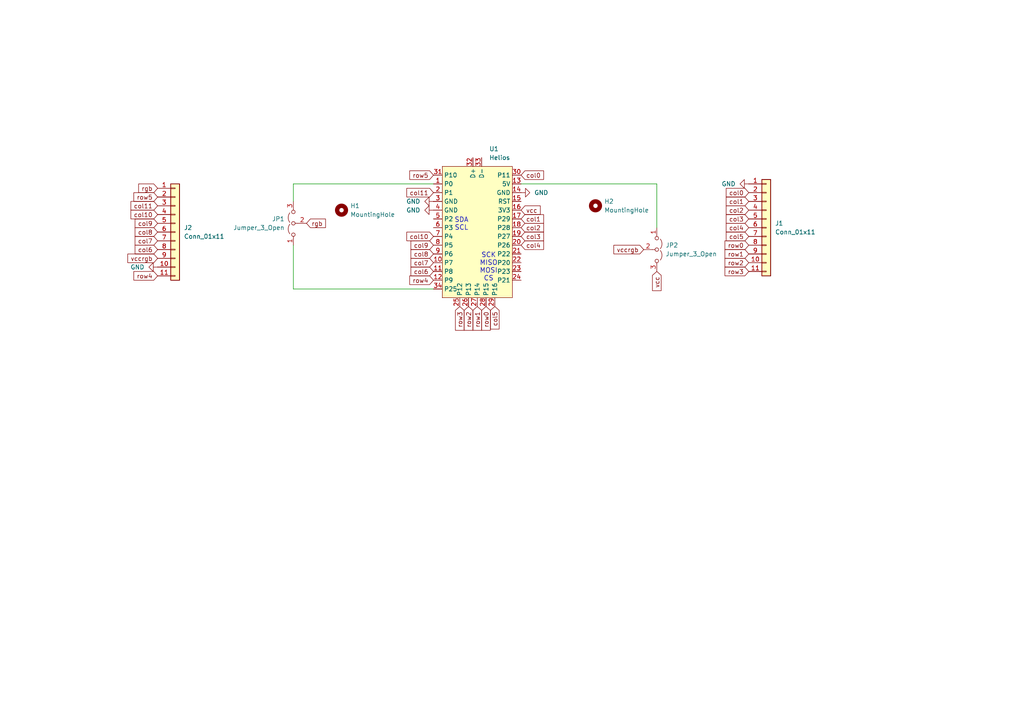
<source format=kicad_sch>
(kicad_sch (version 20231120) (generator "eeschema") (generator_version "8.0")
  (paper "A4")
  (lib_symbols
    (symbol "Connector_Generic:Conn_01x11" (pin_names (offset 1.016) hide)
      (property "Reference" "J" (at 0 15.24 0))
      (property "Value" "Conn_01x11" (at 0 -15.24 0))
      (symbol "Conn_01x11_1_1"
        (rectangle (start -1.27 -12.573) (end 0 -12.827) (stroke (width 0.1524)))
        (rectangle (start -1.27 -10.033) (end 0 -10.287) (stroke (width 0.1524)))
        (rectangle (start -1.27 -7.493) (end 0 -7.747) (stroke (width 0.1524)))
        (rectangle (start -1.27 -4.953) (end 0 -5.207) (stroke (width 0.1524)))
        (rectangle (start -1.27 -2.413) (end 0 -2.667) (stroke (width 0.1524)))
        (rectangle (start -1.27 0.127) (end 0 -0.127) (stroke (width 0.1524)))
        (rectangle (start -1.27 2.667) (end 0 2.413) (stroke (width 0.1524)))
        (rectangle (start -1.27 5.207) (end 0 4.953) (stroke (width 0.1524)))
        (rectangle (start -1.27 7.747) (end 0 7.493) (stroke (width 0.1524)))
        (rectangle (start -1.27 10.287) (end 0 10.033) (stroke (width 0.1524)))
        (rectangle (start -1.27 12.827) (end 0 12.573) (stroke (width 0.1524)))
        (rectangle (start -1.27 13.97) (end 1.27 -13.97) (stroke (width 0.254)) (fill (type background)))
        (pin passive line (at -5.08 12.7 0) (length 3.81) (name "Pin_1") (number "1"))
        (pin passive line (at -5.08 -10.16 0) (length 3.81) (name "Pin_10") (number "10"))
        (pin passive line (at -5.08 -12.7 0) (length 3.81) (name "Pin_11") (number "11"))
        (pin passive line (at -5.08 10.16 0) (length 3.81) (name "Pin_2") (number "2"))
        (pin passive line (at -5.08 7.62 0) (length 3.81) (name "Pin_3") (number "3"))
        (pin passive line (at -5.08 5.08 0) (length 3.81) (name "Pin_4") (number "4"))
        (pin passive line (at -5.08 2.54 0) (length 3.81) (name "Pin_5") (number "5"))
        (pin passive line (at -5.08 0 0) (length 3.81) (name "Pin_6") (number "6"))
        (pin passive line (at -5.08 -2.54 0) (length 3.81) (name "Pin_7") (number "7"))
        (pin passive line (at -5.08 -5.08 0) (length 3.81) (name "Pin_8") (number "8"))
        (pin passive line (at -5.08 -7.62 0) (length 3.81) (name "Pin_9") (number "9"))
      )
    )
    (symbol "Jumper:Jumper_3_Open" (pin_names (offset 0) hide) (exclude_from_sim yes) (in_bom no)
      (property "Reference" "JP" (at -2.54 -2.54 0))
      (property "Value" "Jumper_3_Open" (at 0 2.794 0))
      (symbol "Jumper_3_Open_0_0"
        (circle (center -3.302 0) (radius 0.508))
        (circle (center 0 0) (radius 0.508))
        (circle (center 3.302 0) (radius 0.508))
      )
      (symbol "Jumper_3_Open_0_1"
        (arc (start -0.254 1.016) (mid -1.651 1.4992) (end -3.048 1.016))
        (polyline (pts (xy 0 -0.508) (xy 0 -1.27)))
        (arc (start 3.048 1.016) (mid 1.651 1.4992) (end 0.254 1.016))
      )
      (symbol "Jumper_3_Open_1_1"
        (pin passive line (at -6.35 0 0) (length 2.54) (name "A") (number "1"))
        (pin passive line (at 0 -3.81 90) (length 2.54) (name "C") (number "2"))
        (pin passive line (at 6.35 0 180) (length 2.54) (name "B") (number "3"))
      )
    )
    (symbol "Mechanical:MountingHole" (pin_names (offset 1.016)) (exclude_from_sim yes) (in_bom no)
      (property "Reference" "H" (at 0 5.08 0))
      (property "Value" "MountingHole" (at 0 3.175 0))
      (symbol "MountingHole_0_1"
        (circle (center 0 0) (radius 1.27) (stroke (width 1.27)))
      )
    )
    (symbol "PCM_marbastlib-promicroish:Helios" (in_bom no)
      (property "Reference" "U" (at -7.62 22.86 0))
      (property "Value" "Helios" (at -7.62 20.32 0))
      (symbol "Helios_0_0"
        (pin bidirectional line (at -12.7 13.97 0) (length 2.54) (name "P0") (number "1"))
        (pin bidirectional line (at -12.7 -8.89 0) (length 2.54) (name "P7") (number "10"))
        (pin bidirectional line (at -12.7 -11.43 0) (length 2.54) (name "P8") (number "11"))
        (pin bidirectional line (at -12.7 -13.97 0) (length 2.54) (name "P9") (number "12"))
        (pin power_out line (at 12.7 11.43 180) (length 2.54) (name "GND") (number "14"))
        (pin bidirectional line (at 12.7 8.89 180) (length 2.54) (name "RST") (number "15"))
        (pin bidirectional line (at 12.7 3.81 180) (length 2.54) (name "P29") (number "17"))
        (pin bidirectional line (at 12.7 1.27 180) (length 2.54) (name "P28") (number "18"))
        (pin bidirectional line (at 12.7 -1.27 180) (length 2.54) (name "P27") (number "19"))
        (pin bidirectional line (at -12.7 11.43 0) (length 2.54) (name "P1") (number "2"))
        (pin bidirectional line (at 12.7 -3.81 180) (length 2.54) (name "P26") (number "20"))
        (pin bidirectional line (at 12.7 -6.35 180) (length 2.54) (name "P22") (number "21"))
        (pin bidirectional line (at 12.7 -8.89 180) (length 2.54) (name "P20") (number "22"))
        (pin bidirectional line (at 12.7 -11.43 180) (length 2.54) (name "P23") (number "23"))
        (pin bidirectional line (at 12.7 -13.97 180) (length 2.54) (name "P21") (number "24"))
        (pin power_out line (at -12.7 8.89 0) (length 2.54) (name "GND") (number "3"))
        (pin power_out line (at -12.7 6.35 0) (length 2.54) (name "GND") (number "4"))
        (pin bidirectional line (at -12.7 3.81 0) (length 2.54) (name "P2") (number "5"))
        (pin bidirectional line (at -12.7 1.27 0) (length 2.54) (name "P3") (number "6"))
        (pin bidirectional line (at -12.7 -1.27 0) (length 2.54) (name "P4") (number "7"))
        (pin bidirectional line (at -12.7 -3.81 0) (length 2.54) (name "P5") (number "8"))
        (pin bidirectional line (at -12.7 -6.35 0) (length 2.54) (name "P6") (number "9"))
      )
      (symbol "Helios_1_0"
        (pin bidirectional line (at 12.7 13.97 180) (length 2.54) (name "5V") (number "13"))
        (pin power_out line (at 12.7 6.35 180) (length 2.54) (name "3V3") (number "16"))
        (pin bidirectional line (at -5.08 -21.59 90) (length 2.54) (name "P12") (number "25"))
        (pin bidirectional line (at -2.54 -21.59 90) (length 2.54) (name "P13") (number "26"))
        (pin bidirectional line (at 0 -21.59 90) (length 2.54) (name "P14") (number "27"))
        (pin bidirectional line (at 2.54 -21.59 90) (length 2.54) (name "P15") (number "28"))
        (pin bidirectional line (at 5.08 -21.59 90) (length 2.54) (name "P16") (number "29"))
        (pin power_in line (at 12.7 16.51 180) (length 2.54) (name "P11") (number "30"))
        (pin bidirectional line (at -12.7 16.51 0) (length 2.54) (name "P10") (number "31"))
        (pin bidirectional line (at -1.27 21.59 270) (length 2.54) (name "D+") (number "32"))
        (pin bidirectional line (at 1.27 21.59 270) (length 2.54) (name "D-") (number "33"))
        (pin bidirectional line (at -12.7 -16.51 0) (length 2.54) (name "P25") (number "34"))
      )
      (symbol "Helios_1_1"
        (rectangle (start -10.16 19.05) (end 10.16 -19.05) (fill (type background)))
      )
    )
    (symbol "power:GND" (power) (pin_numbers hide) (pin_names (offset 0) hide)
      (property "Value" "GND" (at 0 -3.81 0))
      (symbol "GND_0_1"
        (polyline (pts (xy 0 0) (xy 0 -1.27) (xy 1.27 -1.27) (xy 0 -2.54) (xy -1.27 -1.27) (xy 0 -1.27)))
      )
      (symbol "GND_1_1"
        (pin power_in line (at 0 0 270) (length 0) (name "~") (number "1"))
      )
    )
  )
  (wire (pts (xy 85.09 53.34) (xy 85.09 58.42)))
  (wire (pts (xy 125.73 53.34) (xy 85.09 53.34)))
  (wire (pts (xy 151.13 53.34) (xy 190.5 53.34)))
  (wire (pts (xy 85.09 71.12) (xy 85.09 83.82)))
  (wire (pts (xy 190.5 53.34) (xy 190.5 66.04)))
  (wire (pts (xy 85.09 83.82) (xy 125.73 83.82)))
  (text "SDA\nSCL" (at 133.858 65.024 0) (effects (font (size 1.397 1.397))))
  (text "SCK\nMISO\nMOSI\nCS" (at 141.732 77.47 0) (effects (font (size 1.397 1.397))))
  (global_label "col11" (shape input) (at 125.73 55.88 180) (property "Intersheetrefs" "${INTERSHEET_REFS}" (effects (hide yes))))
  (global_label "vcc" (shape input) (at 151.13 60.96 0) (property "Intersheetrefs" "${INTERSHEET_REFS}" (effects (hide yes))))
  (global_label "col1" (shape input) (at 151.13 63.5 0) (property "Intersheetrefs" "${INTERSHEET_REFS}" (effects (hide yes))))
  (global_label "col9" (shape input) (at 125.73 71.12 180) (property "Intersheetrefs" "${INTERSHEET_REFS}" (effects (hide yes))))
  (global_label "row2" (shape input) (at 135.89 88.9 270) (property "Intersheetrefs" "${INTERSHEET_REFS}" (effects (hide yes))))
  (global_label "vcc" (shape input) (at 190.5 78.74 270) (property "Intersheetrefs" "${INTERSHEET_REFS}" (effects (hide yes))))
  (global_label "col2" (shape input) (at 151.13 66.04 0) (property "Intersheetrefs" "${INTERSHEET_REFS}" (effects (hide yes))))
  (global_label "col1" (shape input) (at 217.17 58.42 180) (property "Intersheetrefs" "${INTERSHEET_REFS}" (effects (hide yes))))
  (global_label "col5" (shape input) (at 143.51 88.9 270) (property "Intersheetrefs" "${INTERSHEET_REFS}" (effects (hide yes))))
  (global_label "col3" (shape input) (at 151.13 68.58 0) (property "Intersheetrefs" "${INTERSHEET_REFS}" (effects (hide yes))))
  (global_label "row1" (shape input) (at 217.17 73.66 180) (property "Intersheetrefs" "${INTERSHEET_REFS}" (effects (hide yes))))
  (global_label "vccrgb" (shape input) (at 186.69 72.39 180) (property "Intersheetrefs" "${INTERSHEET_REFS}" (effects (hide yes))))
  (global_label "col10" (shape input) (at 45.72 62.23 180) (property "Intersheetrefs" "${INTERSHEET_REFS}" (effects (hide yes))))
  (global_label "row0" (shape input) (at 140.97 88.9 270) (property "Intersheetrefs" "${INTERSHEET_REFS}" (effects (hide yes))))
  (global_label "row5" (shape input) (at 45.72 57.15 180) (property "Intersheetrefs" "${INTERSHEET_REFS}" (effects (hide yes))))
  (global_label "col7" (shape input) (at 125.73 76.2 180) (property "Intersheetrefs" "${INTERSHEET_REFS}" (effects (hide yes))))
  (global_label "col6" (shape input) (at 125.73 78.74 180) (property "Intersheetrefs" "${INTERSHEET_REFS}" (effects (hide yes))))
  (global_label "col10" (shape input) (at 125.73 68.58 180) (property "Intersheetrefs" "${INTERSHEET_REFS}" (effects (hide yes))))
  (global_label "col6" (shape input) (at 45.72 72.39 180) (property "Intersheetrefs" "${INTERSHEET_REFS}" (effects (hide yes))))
  (global_label "row3" (shape input) (at 217.17 78.74 180) (property "Intersheetrefs" "${INTERSHEET_REFS}" (effects (hide yes))))
  (global_label "col4" (shape input) (at 151.13 71.12 0) (property "Intersheetrefs" "${INTERSHEET_REFS}" (effects (hide yes))))
  (global_label "col9" (shape input) (at 45.72 64.77 180) (property "Intersheetrefs" "${INTERSHEET_REFS}" (effects (hide yes))))
  (global_label "col11" (shape input) (at 45.72 59.69 180) (property "Intersheetrefs" "${INTERSHEET_REFS}" (effects (hide yes))))
  (global_label "rgb" (shape input) (at 45.72 54.61 180) (property "Intersheetrefs" "${INTERSHEET_REFS}" (effects (hide yes))))
  (global_label "vccrgb" (shape input) (at 45.72 74.93 180) (property "Intersheetrefs" "${INTERSHEET_REFS}" (effects (hide yes))))
  (global_label "rgb" (shape input) (at 88.9 64.77 0) (property "Intersheetrefs" "${INTERSHEET_REFS}" (effects (hide yes))))
  (global_label "row3" (shape input) (at 133.35 88.9 270) (property "Intersheetrefs" "${INTERSHEET_REFS}" (effects (hide yes))))
  (global_label "col4" (shape input) (at 217.17 66.04 180) (property "Intersheetrefs" "${INTERSHEET_REFS}" (effects (hide yes))))
  (global_label "col8" (shape input) (at 125.73 73.66 180) (property "Intersheetrefs" "${INTERSHEET_REFS}" (effects (hide yes))))
  (global_label "row0" (shape input) (at 217.17 71.12 180) (property "Intersheetrefs" "${INTERSHEET_REFS}" (effects (hide yes))))
  (global_label "col0" (shape input) (at 151.13 50.8 0) (property "Intersheetrefs" "${INTERSHEET_REFS}" (effects (hide yes))))
  (global_label "col7" (shape input) (at 45.72 69.85 180) (property "Intersheetrefs" "${INTERSHEET_REFS}" (effects (hide yes))))
  (global_label "col5" (shape input) (at 217.17 68.58 180) (property "Intersheetrefs" "${INTERSHEET_REFS}" (effects (hide yes))))
  (global_label "col2" (shape input) (at 217.17 60.96 180) (property "Intersheetrefs" "${INTERSHEET_REFS}" (effects (hide yes))))
  (global_label "row4" (shape input) (at 125.73 81.28 180) (property "Intersheetrefs" "${INTERSHEET_REFS}" (effects (hide yes))))
  (global_label "row1" (shape input) (at 138.43 88.9 270) (property "Intersheetrefs" "${INTERSHEET_REFS}" (effects (hide yes))))
  (global_label "col8" (shape input) (at 45.72 67.31 180) (property "Intersheetrefs" "${INTERSHEET_REFS}" (effects (hide yes))))
  (global_label "row5" (shape input) (at 125.73 50.8 180) (property "Intersheetrefs" "${INTERSHEET_REFS}" (effects (hide yes))))
  (global_label "row4" (shape input) (at 45.72 80.01 180) (property "Intersheetrefs" "${INTERSHEET_REFS}" (effects (hide yes))))
  (global_label "col0" (shape input) (at 217.17 55.88 180) (property "Intersheetrefs" "${INTERSHEET_REFS}" (effects (hide yes))))
  (global_label "col3" (shape input) (at 217.17 63.5 180) (property "Intersheetrefs" "${INTERSHEET_REFS}" (effects (hide yes))))
  (global_label "row2" (shape input) (at 217.17 76.2 180) (property "Intersheetrefs" "${INTERSHEET_REFS}" (effects (hide yes))))
  (symbol (lib_id "power:GND") (at 151.13 55.88 90) (unit 1)
    (property "Reference" "#PWR02" (effects (hide yes)))
    (property "Value" "GND" (at 154.94 55.8799 90) (effects (justify right)))
    (property "Description" "Power symbol creates a global label with name \"GND\" , ground" (effects (hide yes)))
  )
  (symbol (lib_id "Connector_Generic:Conn_01x11") (at 50.8 67.31 0) (unit 1)
    (property "Reference" "J2" (at 53.34 66.0399 0) (effects (justify left)))
    (property "Value" "Conn_01x11" (at 53.34 68.5799 0) (effects (justify left)))
    (property "Footprint" "Connector_PinHeader_2.54mm:PinHeader_1x11_P2.54mm_Vertical" (effects (hide yes)))
    (property "Description" "Generic connector, single row, 01x11, script generated (kicad-library-utils/schlib/autogen/connector/)" (effects (hide yes)))
  )
  (symbol (lib_id "Jumper:Jumper_3_Open") (at 85.09 64.77 90) (unit 1) (exclude_from_sim yes) (in_bom no)
    (property "Reference" "JP1" (at 82.55 63.4999 90) (effects (justify left)))
    (property "Value" "Jumper_3_Open" (at 82.55 66.0399 90) (effects (justify left)))
    (property "Footprint" "Jumper:SolderJumper-3_P1.3mm_Open_RoundedPad1.0x1.5mm" (effects (hide yes)))
    (property "Description" "Jumper, 3-pole, both open" (effects (hide yes)))
  )
  (symbol (lib_id "power:GND") (at 125.73 60.96 270) (unit 1)
    (property "Reference" "#PWR04" (effects (hide yes)))
    (property "Value" "GND" (at 121.92 60.9599 90) (effects (justify right)))
    (property "Description" "Power symbol creates a global label with name \"GND\" , ground" (effects (hide yes)))
  )
  (symbol (lib_id "Mechanical:MountingHole") (at 99.06 60.96 0) (unit 1) (exclude_from_sim yes) (in_bom no)
    (property "Reference" "H1" (at 101.6 59.6899 0) (effects (justify left)))
    (property "Value" "MountingHole" (at 101.6 62.2299 0) (effects (justify left)))
    (property "Footprint" "MountingHole:MountingHole_3.2mm_M3_DIN965_Pad" (effects (hide yes)))
    (property "Description" "Mounting Hole without connection" (effects (hide yes)))
  )
  (symbol (lib_id "PCM_marbastlib-promicroish:Helios") (at 138.43 67.31 0) (unit 1) (in_bom no)
    (property "Reference" "U1" (at 141.8941 43.18 0) (effects (justify left)))
    (property "Value" "Helios" (at 141.8941 45.72 0) (effects (justify left)))
    (property "Footprint" "PCM_marbastlib-xp-promicroish:Helios_AH_USBup" (effects (hide yes)))
    (property "Datasheet" "https://github.com/0xCB-dev/0xCB-Helios" (effects (hide yes)))
    (property "Description" "Symbol for an 0xCB Helios" (effects (hide yes)))
  )
  (symbol (lib_id "Jumper:Jumper_3_Open") (at 190.5 72.39 270) (unit 1) (exclude_from_sim yes) (in_bom no)
    (property "Reference" "JP2" (at 193.04 71.1199 90) (effects (justify left)))
    (property "Value" "Jumper_3_Open" (at 193.04 73.6599 90) (effects (justify left)))
    (property "Footprint" "Jumper:SolderJumper-3_P1.3mm_Open_RoundedPad1.0x1.5mm" (effects (hide yes)))
    (property "Description" "Jumper, 3-pole, both open" (effects (hide yes)))
  )
  (symbol (lib_id "power:GND") (at 125.73 58.42 270) (unit 1)
    (property "Reference" "#PWR03" (effects (hide yes)))
    (property "Value" "GND" (at 121.92 58.4199 90) (effects (justify right)))
    (property "Description" "Power symbol creates a global label with name \"GND\" , ground" (effects (hide yes)))
  )
  (symbol (lib_id "power:GND") (at 45.72 77.47 270) (unit 1)
    (property "Reference" "#PWR01" (effects (hide yes)))
    (property "Value" "GND" (at 41.91 77.4699 90) (effects (justify right)))
    (property "Description" "Power symbol creates a global label with name \"GND\" , ground" (effects (hide yes)))
  )
  (symbol (lib_id "Mechanical:MountingHole") (at 172.72 59.69 0) (unit 1) (exclude_from_sim yes) (in_bom no)
    (property "Reference" "H2" (at 175.26 58.4199 0) (effects (justify left)))
    (property "Value" "MountingHole" (at 175.26 60.9599 0) (effects (justify left)))
    (property "Footprint" "MountingHole:MountingHole_3.2mm_M3_DIN965_Pad" (effects (hide yes)))
    (property "Description" "Mounting Hole without connection" (effects (hide yes)))
  )
  (symbol (lib_id "Connector_Generic:Conn_01x11") (at 222.25 66.04 0) (unit 1)
    (property "Reference" "J1" (at 224.79 64.7699 0) (effects (justify left)))
    (property "Value" "Conn_01x11" (at 224.79 67.3099 0) (effects (justify left)))
    (property "Footprint" "Connector_PinHeader_2.54mm:PinHeader_1x11_P2.54mm_Vertical" (effects (hide yes)))
    (property "Description" "Generic connector, single row, 01x11, script generated (kicad-library-utils/schlib/autogen/connector/)" (effects (hide yes)))
  )
  (symbol (lib_id "power:GND") (at 217.17 53.34 270) (unit 1)
    (property "Reference" "#PWR05" (effects (hide yes)))
    (property "Value" "GND" (at 213.36 53.3399 90) (effects (justify right)))
    (property "Description" "Power symbol creates a global label with name \"GND\" , ground" (effects (hide yes)))
  )
)
</source>
